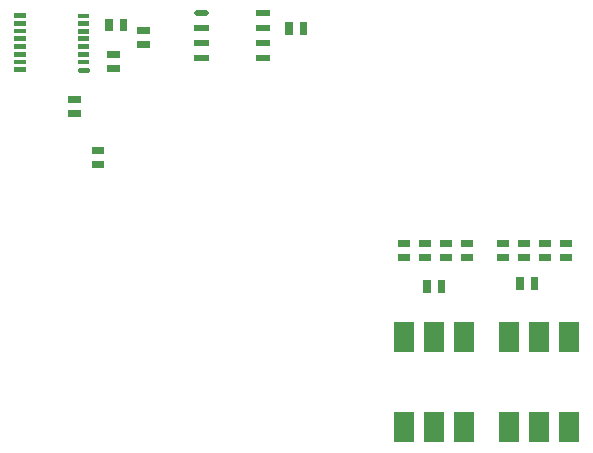
<source format=gbr>
G04 Title: TX Daughterboard, solder paste, component side *
G04 Creator: pcb-bin 1.99p *
G04 CreationDate: Thu Dec 30 02:16:24 2004 UTC *
G04 For: matt *
G04 Format: Gerber/RS-274X *
G04 PCB-Dimensions: 275000 250000 *
G04 PCB-Coordinate-Origin: lower left *
%MOIN*%
%FSLAX24Y24*%
%IPPOS*%
%ADD11C,0.0100*%
%ADD12C,0.0160*%
%ADD13C,0.0460*%
%ADD14C,0.0220*%
%ADD15R,0.0160X0.0160*%
%ADD16R,0.0460X0.0460*%
%ADD17R,0.0220X0.0220*%
%ADD18C,0.0080*%
%ADD19R,0.0600X0.0600*%
%ADD20R,0.0660X0.0660*%
%ADD21R,0.0900X0.0900X0.0600X0.0600*%
%ADD22R,0.0900X0.0900*%
%ADD23C,0.0600*%
%ADD24C,0.0660*%
%ADD25C,0.0900X0.0600*%
%ADD26C,0.0900*%
%ADD27C,0.0125*%
%AMTHERM1*7,0,0,0.0900,0.0600,0.0125,45*%
%ADD28THERM1*%
%ADD29C,0.1300*%
%ADD30C,0.1360*%
%ADD31C,0.1600X0.1300*%
%ADD32C,0.1600*%
%ADD33C,0.0200*%
%ADD34R,0.0240X0.0240*%
%ADD35R,0.0440X0.0440*%
%ADD36R,0.0300X0.0300*%
%ADD37C,0.0060*%
%AMTHERM2*7,0,0,0.0900,0.0600,0.0100,45*%
%ADD38THERM2*%
%ADD39R,0.0540X0.0540*%
%ADD40R,0.0650X0.0650*%
%ADD41R,0.0950X0.0950*%
%ADD42C,0.1200X0.0900*%
%ADD43C,0.1200*%
%ADD44C,0.0150*%
%AMTHERM3*7,0,0,0.1200,0.0900,0.0150,45*%
%ADD45THERM3*%
%ADD46C,0.0720*%
%ADD47C,0.0920X0.0720*%
%ADD48C,0.0920*%
%ADD49C,0.0240*%
%ADD50C,0.0340*%
%ADD51C,0.0500*%
%ADD52R,0.0200X0.0200*%
%ADD53R,0.0500X0.0500*%
%ADD54C,0.0137*%
%ADD55C,0.1320*%
%ADD56C,0.1520*%
%ADD57C,0.1520X0.1320*%
%ADD58C,0.0400*%
%ADD59C,0.0600X0.0400*%
%AMTHERM4*7,0,0,0.0600,0.0400,0.0100,45*%
%ADD60THERM4*%
%ADD61C,0.0800*%
%ADD62C,0.0800X0.0600*%
%AMTHERM5*7,0,0,0.0800,0.0600,0.0160,45*%
%ADD63THERM5*%
%LNGROUP_3*%
%LPD*%
G01X0Y0D02*
G54D12*X6500Y17420D02*X6720D01*
G54D15*X6500Y17680D02*X6720D01*
X6500Y17930D02*X6720D01*
X6500Y18190D02*X6720D01*
X6500Y18450D02*X6720D01*
X6500Y18700D02*X6720D01*
X6500Y18960D02*X6720D01*
X6500Y19210D02*X6720D01*
X4380Y19220D02*X4600D01*
X4380Y18960D02*X4600D01*
X4380Y18710D02*X4600D01*
X4380Y18450D02*X4600D01*
X4380Y18190D02*X4600D01*
X4380Y17940D02*X4600D01*
X4380Y17680D02*X4600D01*
X4380Y17430D02*X4600D01*
G54D34*X7000Y14740D02*X7180D01*
X7000Y14260D02*X7180D01*
X8520Y18260D02*X8700D01*
X8520Y18740D02*X8700D01*
X7520Y17460D02*X7700D01*
X7520Y17940D02*X7700D01*
X7460Y19000D02*Y18820D01*
X7940Y19000D02*Y18820D01*
X6220Y16440D02*X6400D01*
X6220Y15960D02*X6400D01*
X22610Y11160D02*X22790D01*
X22610Y11640D02*X22790D01*
G54D40*X17300Y5680D02*Y5330D01*
X18300Y5680D02*Y5330D01*
X19300Y5680D02*Y5330D01*
Y8670D02*Y8320D01*
X18300Y8670D02*Y8320D01*
X17300Y8670D02*Y8320D01*
G54D34*X21160Y10390D02*Y10210D01*
X21640Y10390D02*Y10210D01*
X21210Y11160D02*X21390D01*
X21210Y11640D02*X21390D01*
X20510Y11160D02*X20690D01*
X20510Y11640D02*X20690D01*
X19310Y11160D02*X19490D01*
X19310Y11640D02*X19490D01*
X17910Y11160D02*X18090D01*
X17910Y11640D02*X18090D01*
X17210Y11160D02*X17390D01*
X17210Y11640D02*X17390D01*
X18610Y11160D02*X18790D01*
X18610Y11640D02*X18790D01*
X18060Y10290D02*Y10110D01*
X18540Y10290D02*Y10110D01*
G54D40*X20800Y5680D02*Y5330D01*
X21800Y5680D02*Y5330D01*
X22800Y5680D02*Y5330D01*
Y8670D02*Y8320D01*
X21800Y8670D02*Y8320D01*
X20800Y8670D02*Y8320D01*
G54D34*X21910Y11160D02*X22090D01*
X21910Y11640D02*X22090D01*
X13940Y18890D02*Y18710D01*
X13460Y18890D02*Y18710D01*
G54D33*X10410Y19300D02*X10690D01*
G54D52*X10410Y18800D02*X10690D01*
X10410Y18300D02*X10690D01*
X10410Y17800D02*X10690D01*
X12450D02*X12730D01*
X12450Y18300D02*X12730D01*
X12450Y18800D02*X12730D01*
X12450Y19300D02*X12730D01*
M02*

</source>
